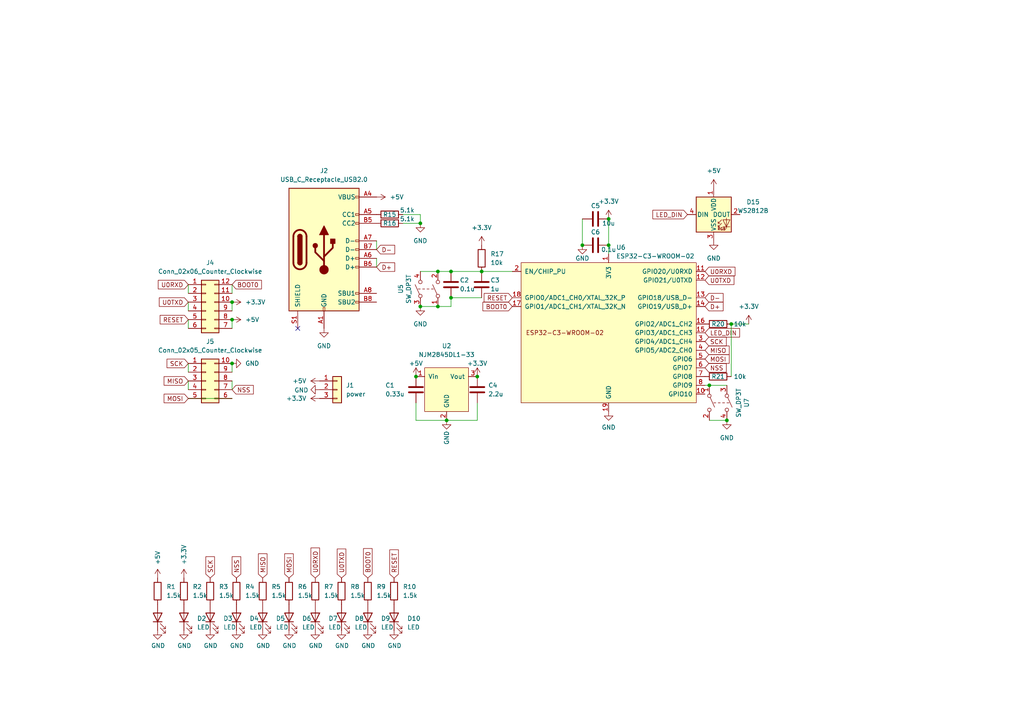
<source format=kicad_sch>
(kicad_sch (version 20230121) (generator eeschema)
  (paper "A4")
  (lib_symbols
    (symbol "+3.3V_1" (power) (pin_names (offset 0))
      (property "Value" "+3.3V_1" (at 0 3.556 0))
      (symbol "+3.3V_1_0_1"
        (polyline (pts (xy -0.762 1.27) (xy 0 2.54)))
        (polyline (pts (xy 0 0) (xy 0 2.54)))
        (polyline (pts (xy 0 2.54) (xy 0.762 1.27)))
      )
      (symbol "+3.3V_1_1_1"
        (pin power_in line (at 0 0 90) (length 0) hide (name "+3.3V") (number "1"))
      )
    )
    (symbol "+5V_1" (power) (pin_names (offset 0))
      (property "Value" "+5V_1" (at 0 3.556 0))
      (symbol "+5V_1_0_1"
        (polyline (pts (xy -0.762 1.27) (xy 0 2.54)))
        (polyline (pts (xy 0 0) (xy 0 2.54)))
        (polyline (pts (xy 0 2.54) (xy 0.762 1.27)))
      )
      (symbol "+5V_1_1_1"
        (pin power_in line (at 0 0 90) (length 0) hide (name "+5V") (number "1"))
      )
    )
    (symbol "Connector:USB_C_Receptacle_USB2.0" (pin_names (offset 1.016))
      (property "Reference" "J" (at -10.16 19.05 0))
      (property "Value" "USB_C_Receptacle_USB2.0" (at 19.05 19.05 0))
      (symbol "USB_C_Receptacle_USB2.0_0_0"
        (rectangle (start -0.254 -17.78) (end 0.254 -16.764))
        (rectangle (start 10.16 -14.986) (end 9.144 -15.494))
        (rectangle (start 10.16 -12.446) (end 9.144 -12.954))
        (rectangle (start 10.16 -4.826) (end 9.144 -5.334))
        (rectangle (start 10.16 -2.286) (end 9.144 -2.794))
        (rectangle (start 10.16 0.254) (end 9.144 -0.254))
        (rectangle (start 10.16 2.794) (end 9.144 2.286))
        (rectangle (start 10.16 7.874) (end 9.144 7.366))
        (rectangle (start 10.16 10.414) (end 9.144 9.906))
        (rectangle (start 10.16 15.494) (end 9.144 14.986))
      )
      (symbol "USB_C_Receptacle_USB2.0_0_1"
        (rectangle (start -10.16 17.78) (end 10.16 -17.78) (stroke (width 0.254)) (fill (type background)))
        (arc (start -8.89 -3.81) (mid -6.985 -5.7067) (end -5.08 -3.81) (stroke (width 0.508)))
        (arc (start -7.62 -3.81) (mid -6.985 -4.4423) (end -6.35 -3.81) (stroke (width 0.254)))
        (arc (start -7.62 -3.81) (mid -6.985 -4.4423) (end -6.35 -3.81) (stroke (width 0.254)) (fill (type outline)))
        (rectangle (start -7.62 -3.81) (end -6.35 3.81) (stroke (width 0.254)) (fill (type outline)))
        (arc (start -6.35 3.81) (mid -6.985 4.4423) (end -7.62 3.81) (stroke (width 0.254)))
        (arc (start -6.35 3.81) (mid -6.985 4.4423) (end -7.62 3.81) (stroke (width 0.254)) (fill (type outline)))
        (arc (start -5.08 3.81) (mid -6.985 5.7067) (end -8.89 3.81) (stroke (width 0.508)))
        (circle (center -2.54 1.143) (radius 0.635) (stroke (width 0.254)) (fill (type outline)))
        (circle (center 0 -5.842) (radius 1.27) (fill (type outline)))
        (polyline (pts (xy -8.89 -3.81) (xy -8.89 3.81)) (stroke (width 0.508)))
        (polyline (pts (xy -5.08 3.81) (xy -5.08 -3.81)) (stroke (width 0.508)))
        (polyline (pts (xy 0 -5.842) (xy 0 4.318)) (stroke (width 0.508)))
        (polyline (pts (xy 0 -3.302) (xy -2.54 -0.762) (xy -2.54 0.508)) (stroke (width 0.508)))
        (polyline (pts (xy 0 -2.032) (xy 2.54 0.508) (xy 2.54 1.778)) (stroke (width 0.508)))
        (polyline (pts (xy -1.27 4.318) (xy 0 6.858) (xy 1.27 4.318) (xy -1.27 4.318)) (stroke (width 0.254)) (fill (type outline)))
        (rectangle (start 1.905 1.778) (end 3.175 3.048) (stroke (width 0.254)) (fill (type outline)))
      )
      (symbol "USB_C_Receptacle_USB2.0_1_1"
        (pin passive line (at 0 -22.86 90) (length 5.08) (name "GND") (number "A1"))
        (pin passive line (at 0 -22.86 90) (length 5.08) hide (name "GND") (number "A12"))
        (pin passive line (at 15.24 15.24 180) (length 5.08) (name "VBUS") (number "A4"))
        (pin bidirectional line (at 15.24 10.16 180) (length 5.08) (name "CC1") (number "A5"))
        (pin bidirectional line (at 15.24 -2.54 180) (length 5.08) (name "D+") (number "A6"))
        (pin bidirectional line (at 15.24 2.54 180) (length 5.08) (name "D-") (number "A7"))
        (pin bidirectional line (at 15.24 -12.7 180) (length 5.08) (name "SBU1") (number "A8"))
        (pin passive line (at 15.24 15.24 180) (length 5.08) hide (name "VBUS") (number "A9"))
        (pin passive line (at 0 -22.86 90) (length 5.08) hide (name "GND") (number "B1"))
        (pin passive line (at 0 -22.86 90) (length 5.08) hide (name "GND") (number "B12"))
        (pin passive line (at 15.24 15.24 180) (length 5.08) hide (name "VBUS") (number "B4"))
        (pin bidirectional line (at 15.24 7.62 180) (length 5.08) (name "CC2") (number "B5"))
        (pin bidirectional line (at 15.24 -5.08 180) (length 5.08) (name "D+") (number "B6"))
        (pin bidirectional line (at 15.24 0 180) (length 5.08) (name "D-") (number "B7"))
        (pin bidirectional line (at 15.24 -15.24 180) (length 5.08) (name "SBU2") (number "B8"))
        (pin passive line (at 15.24 15.24 180) (length 5.08) hide (name "VBUS") (number "B9"))
        (pin passive line (at -7.62 -22.86 90) (length 5.08) (name "SHIELD") (number "S1"))
      )
    )
    (symbol "Connector_Generic:Conn_01x03" (pin_names (offset 1.016) hide)
      (property "Reference" "J" (at 0 5.08 0))
      (property "Value" "Conn_01x03" (at 0 -5.08 0))
      (symbol "Conn_01x03_1_1"
        (rectangle (start -1.27 -2.413) (end 0 -2.667) (stroke (width 0.1524)))
        (rectangle (start -1.27 0.127) (end 0 -0.127) (stroke (width 0.1524)))
        (rectangle (start -1.27 2.667) (end 0 2.413) (stroke (width 0.1524)))
        (rectangle (start -1.27 3.81) (end 1.27 -3.81) (stroke (width 0.254)) (fill (type background)))
        (pin passive line (at -5.08 2.54 0) (length 3.81) (name "Pin_1") (number "1"))
        (pin passive line (at -5.08 0 0) (length 3.81) (name "Pin_2") (number "2"))
        (pin passive line (at -5.08 -2.54 0) (length 3.81) (name "Pin_3") (number "3"))
      )
    )
    (symbol "Connector_Generic:Conn_02x05_Counter_Clockwise" (pin_names (offset 1.016) hide)
      (property "Reference" "J" (at 1.27 7.62 0))
      (property "Value" "Conn_02x05_Counter_Clockwise" (at 1.27 -7.62 0))
      (symbol "Conn_02x05_Counter_Clockwise_1_1"
        (rectangle (start -1.27 -4.953) (end 0 -5.207) (stroke (width 0.1524)))
        (rectangle (start -1.27 -2.413) (end 0 -2.667) (stroke (width 0.1524)))
        (rectangle (start -1.27 0.127) (end 0 -0.127) (stroke (width 0.1524)))
        (rectangle (start -1.27 2.667) (end 0 2.413) (stroke (width 0.1524)))
        (rectangle (start -1.27 5.207) (end 0 4.953) (stroke (width 0.1524)))
        (rectangle (start -1.27 6.35) (end 3.81 -6.35) (stroke (width 0.254)) (fill (type background)))
        (rectangle (start 3.81 -4.953) (end 2.54 -5.207) (stroke (width 0.1524)))
        (rectangle (start 3.81 -2.413) (end 2.54 -2.667) (stroke (width 0.1524)))
        (rectangle (start 3.81 0.127) (end 2.54 -0.127) (stroke (width 0.1524)))
        (rectangle (start 3.81 2.667) (end 2.54 2.413) (stroke (width 0.1524)))
        (rectangle (start 3.81 5.207) (end 2.54 4.953) (stroke (width 0.1524)))
        (pin passive line (at -5.08 5.08 0) (length 3.81) (name "Pin_1") (number "1"))
        (pin passive line (at 7.62 5.08 180) (length 3.81) (name "Pin_10") (number "10"))
        (pin passive line (at -5.08 2.54 0) (length 3.81) (name "Pin_2") (number "2"))
        (pin passive line (at -5.08 0 0) (length 3.81) (name "Pin_3") (number "3"))
        (pin passive line (at -5.08 -2.54 0) (length 3.81) (name "Pin_4") (number "4"))
        (pin passive line (at -5.08 -5.08 0) (length 3.81) (name "Pin_5") (number "5"))
        (pin passive line (at 7.62 -5.08 180) (length 3.81) (name "Pin_6") (number "6"))
        (pin passive line (at 7.62 -2.54 180) (length 3.81) (name "Pin_7") (number "7"))
        (pin passive line (at 7.62 0 180) (length 3.81) (name "Pin_8") (number "8"))
        (pin passive line (at 7.62 2.54 180) (length 3.81) (name "Pin_9") (number "9"))
      )
    )
    (symbol "Connector_Generic:Conn_02x06_Counter_Clockwise" (pin_names (offset 1.016) hide)
      (property "Reference" "J" (at 1.27 7.62 0))
      (property "Value" "Conn_02x06_Counter_Clockwise" (at 1.27 -10.16 0))
      (symbol "Conn_02x06_Counter_Clockwise_1_1"
        (rectangle (start -1.27 -7.493) (end 0 -7.747) (stroke (width 0.1524)))
        (rectangle (start -1.27 -4.953) (end 0 -5.207) (stroke (width 0.1524)))
        (rectangle (start -1.27 -2.413) (end 0 -2.667) (stroke (width 0.1524)))
        (rectangle (start -1.27 0.127) (end 0 -0.127) (stroke (width 0.1524)))
        (rectangle (start -1.27 2.667) (end 0 2.413) (stroke (width 0.1524)))
        (rectangle (start -1.27 5.207) (end 0 4.953) (stroke (width 0.1524)))
        (rectangle (start -1.27 6.35) (end 3.81 -8.89) (stroke (width 0.254)) (fill (type background)))
        (rectangle (start 3.81 -7.493) (end 2.54 -7.747) (stroke (width 0.1524)))
        (rectangle (start 3.81 -4.953) (end 2.54 -5.207) (stroke (width 0.1524)))
        (rectangle (start 3.81 -2.413) (end 2.54 -2.667) (stroke (width 0.1524)))
        (rectangle (start 3.81 0.127) (end 2.54 -0.127) (stroke (width 0.1524)))
        (rectangle (start 3.81 2.667) (end 2.54 2.413) (stroke (width 0.1524)))
        (rectangle (start 3.81 5.207) (end 2.54 4.953) (stroke (width 0.1524)))
        (pin passive line (at -5.08 5.08 0) (length 3.81) (name "Pin_1") (number "1"))
        (pin passive line (at 7.62 0 180) (length 3.81) (name "Pin_10") (number "10"))
        (pin passive line (at 7.62 2.54 180) (length 3.81) (name "Pin_11") (number "11"))
        (pin passive line (at 7.62 5.08 180) (length 3.81) (name "Pin_12") (number "12"))
        (pin passive line (at -5.08 2.54 0) (length 3.81) (name "Pin_2") (number "2"))
        (pin passive line (at -5.08 0 0) (length 3.81) (name "Pin_3") (number "3"))
        (pin passive line (at -5.08 -2.54 0) (length 3.81) (name "Pin_4") (number "4"))
        (pin passive line (at -5.08 -5.08 0) (length 3.81) (name "Pin_5") (number "5"))
        (pin passive line (at -5.08 -7.62 0) (length 3.81) (name "Pin_6") (number "6"))
        (pin passive line (at 7.62 -7.62 180) (length 3.81) (name "Pin_7") (number "7"))
        (pin passive line (at 7.62 -5.08 180) (length 3.81) (name "Pin_8") (number "8"))
        (pin passive line (at 7.62 -2.54 180) (length 3.81) (name "Pin_9") (number "9"))
      )
    )
    (symbol "Device:C" (pin_numbers hide) (pin_names (offset 0.254))
      (property "Reference" "C" (at 0.635 2.54 0))
      (property "Value" "C" (at 0.635 -2.54 0))
      (symbol "C_0_1"
        (polyline (pts (xy -2.032 -0.762) (xy 2.032 -0.762)) (stroke (width 0.508)))
        (polyline (pts (xy -2.032 0.762) (xy 2.032 0.762)) (stroke (width 0.508)))
      )
      (symbol "C_1_1"
        (pin passive line (at 0 3.81 270) (length 2.794) (name "~") (number "1"))
        (pin passive line (at 0 -3.81 90) (length 2.794) (name "~") (number "2"))
      )
    )
    (symbol "Device:LED" (pin_numbers hide) (pin_names (offset 1.016) hide)
      (property "Reference" "D" (at 0 2.54 0))
      (property "Value" "LED" (at 0 -2.54 0))
      (symbol "LED_0_1"
        (polyline (pts (xy -1.27 -1.27) (xy -1.27 1.27)) (stroke (width 0.254)))
        (polyline (pts (xy -1.27 0) (xy 1.27 0)))
        (polyline (pts (xy 1.27 -1.27) (xy 1.27 1.27) (xy -1.27 0) (xy 1.27 -1.27)) (stroke (width 0.254)))
        (polyline (pts (xy -3.048 -0.762) (xy -4.572 -2.286) (xy -3.81 -2.286) (xy -4.572 -2.286) (xy -4.572 -1.524)))
        (polyline (pts (xy -1.778 -0.762) (xy -3.302 -2.286) (xy -2.54 -2.286) (xy -3.302 -2.286) (xy -3.302 -1.524)))
      )
      (symbol "LED_1_1"
        (pin passive line (at -3.81 0 0) (length 2.54) (name "K") (number "1"))
        (pin passive line (at 3.81 0 180) (length 2.54) (name "A") (number "2"))
      )
    )
    (symbol "Device:R" (pin_numbers hide) (pin_names (offset 0))
      (property "Reference" "R" (at 2.032 0 90))
      (property "Value" "R" (at 0 0 90))
      (symbol "R_0_1"
        (rectangle (start -1.016 -2.54) (end 1.016 2.54) (stroke (width 0.254)))
      )
      (symbol "R_1_1"
        (pin passive line (at 0 3.81 270) (length 1.27) (name "~") (number "1"))
        (pin passive line (at 0 -3.81 90) (length 1.27) (name "~") (number "2"))
      )
    )
    (symbol "GND_1" (power) (pin_names (offset 0))
      (property "Value" "GND_1" (at 0 -3.81 0))
      (symbol "GND_1_0_1"
        (polyline (pts (xy 0 0) (xy 0 -1.27) (xy 1.27 -1.27) (xy 0 -2.54) (xy -1.27 -1.27) (xy 0 -1.27)))
      )
      (symbol "GND_1_1_1"
        (pin power_in line (at 0 0 270) (length 0) hide (name "GND") (number "1"))
      )
    )
    (symbol "GND_2" (power) (pin_names (offset 0))
      (property "Value" "GND_2" (at 0 -3.81 0))
      (symbol "GND_2_0_1"
        (polyline (pts (xy 0 0) (xy 0 -1.27) (xy 1.27 -1.27) (xy 0 -2.54) (xy -1.27 -1.27) (xy 0 -1.27)))
      )
      (symbol "GND_2_1_1"
        (pin power_in line (at 0 0 270) (length 0) hide (name "GND") (number "1"))
      )
    )
    (symbol "LED:WS2812B" (pin_names (offset 0.254))
      (property "Reference" "D" (at 5.08 5.715 0))
      (property "Value" "WS2812B" (at 1.27 -5.715 0))
      (symbol "WS2812B_0_0"
        (text "RGB" (at 2.286 -4.191 0) (effects (font (size 0.762 0.762))))
      )
      (symbol "WS2812B_0_1"
        (polyline (pts (xy 1.27 -3.556) (xy 1.778 -3.556)))
        (polyline (pts (xy 1.27 -2.54) (xy 1.778 -2.54)))
        (polyline (pts (xy 4.699 -3.556) (xy 2.667 -3.556)))
        (polyline (pts (xy 2.286 -2.54) (xy 1.27 -3.556) (xy 1.27 -3.048)))
        (polyline (pts (xy 2.286 -1.524) (xy 1.27 -2.54) (xy 1.27 -2.032)))
        (polyline (pts (xy 3.683 -1.016) (xy 3.683 -3.556) (xy 3.683 -4.064)))
        (polyline (pts (xy 4.699 -1.524) (xy 2.667 -1.524) (xy 3.683 -3.556) (xy 4.699 -1.524)))
        (rectangle (start 5.08 5.08) (end -5.08 -5.08) (stroke (width 0.254)) (fill (type background)))
      )
      (symbol "WS2812B_1_1"
        (pin power_in line (at 0 7.62 270) (length 2.54) (name "VDD") (number "1"))
        (pin output line (at 7.62 0 180) (length 2.54) (name "DOUT") (number "2"))
        (pin power_in line (at 0 -7.62 90) (length 2.54) (name "VSS") (number "3"))
        (pin input line (at -7.62 0 0) (length 2.54) (name "DIN") (number "4"))
      )
    )
    (symbol "PCM_Espressif:ESP32-C3-WROOM-02" (pin_names (offset 1.016))
      (property "Reference" "U" (at -25.4 25.4 0))
      (property "Value" "ESP32-C3-WROOM-02" (at -25.4 22.86 0))
      (symbol "ESP32-C3-WROOM-02_0_0"
        (text "ESP32-C3-WROOM-02" (at -12.7 0 0) (effects (font (size 1.27 1.27))))
      )
      (symbol "ESP32-C3-WROOM-02_0_1"
        (rectangle (start 25.4 20.32) (end -25.4 -20.32) (fill (type background)))
      )
      (symbol "ESP32-C3-WROOM-02_1_1"
        (pin power_in line (at 0 22.86 270) (length 2.54) (name "3V3") (number "1"))
        (pin bidirectional line (at 27.94 -17.78 180) (length 2.54) (name "GPIO10") (number "10"))
        (pin bidirectional line (at 27.94 17.78 180) (length 2.54) (name "GPIO20/U0RXD") (number "11"))
        (pin bidirectional line (at 27.94 15.24 180) (length 2.54) (name "GPIO21/U0TXD") (number "12"))
        (pin bidirectional line (at 27.94 10.16 180) (length 2.54) (name "GPIO18/USB_D-") (number "13"))
        (pin bidirectional line (at 27.94 7.62 180) (length 2.54) (name "GPIO19/USB_D+") (number "14"))
        (pin bidirectional line (at 27.94 0 180) (length 2.54) (name "GPIO3/ADC1_CH3") (number "15"))
        (pin bidirectional line (at 27.94 2.54 180) (length 2.54) (name "GPIO2/ADC1_CH2") (number "16"))
        (pin bidirectional line (at -27.94 7.62 0) (length 2.54) (name "GPIO1/ADC1_CH1/XTAL_32K_N") (number "17"))
        (pin bidirectional line (at -27.94 10.16 0) (length 2.54) (name "GPIO0/ADC1_CH0/XTAL_32K_P") (number "18"))
        (pin power_in line (at 0 -22.86 90) (length 2.54) (name "GND") (number "19"))
        (pin input line (at -27.94 17.78 0) (length 2.54) (name "EN/CHIP_PU") (number "2"))
        (pin bidirectional line (at 27.94 -2.54 180) (length 2.54) (name "GPIO4/ADC1_CH4") (number "3"))
        (pin bidirectional line (at 27.94 -5.08 180) (length 2.54) (name "GPIO5/ADC2_CH0") (number "4"))
        (pin bidirectional line (at 27.94 -7.62 180) (length 2.54) (name "GPIO6") (number "5"))
        (pin bidirectional line (at 27.94 -10.16 180) (length 2.54) (name "GPIO7") (number "6"))
        (pin bidirectional line (at 27.94 -12.7 180) (length 2.54) (name "GPIO8") (number "7"))
        (pin bidirectional line (at 27.94 -15.24 180) (length 2.54) (name "GPIO9") (number "8"))
        (pin passive line (at 0 -22.86 90) (length 2.54) hide (name "GND") (number "9"))
      )
    )
    (symbol "Switch:SW_DPST" (pin_names (offset 0) hide)
      (property "Reference" "SW" (at 0 5.08 0))
      (property "Value" "SW_DPST" (at 0 -5.08 0))
      (symbol "SW_DPST_0_0"
        (circle (center -2.032 -2.54) (radius 0.508))
        (circle (center -2.032 2.54) (radius 0.508))
        (polyline (pts (xy -1.524 -2.286) (xy 1.27 -1.016)))
        (polyline (pts (xy -1.524 2.794) (xy 1.27 4.064)))
        (polyline (pts (xy 0 -1.27) (xy 0 -0.635)))
        (polyline (pts (xy 0 0) (xy 0 0.635)))
        (polyline (pts (xy 0 1.27) (xy 0 1.905)))
        (polyline (pts (xy 0 2.54) (xy 0 3.175)))
        (circle (center 2.032 -2.54) (radius 0.508))
        (circle (center 2.032 2.54) (radius 0.508))
      )
      (symbol "SW_DPST_1_1"
        (pin passive line (at -5.08 -2.54 0) (length 2.54) (name "1") (number "1"))
        (pin passive line (at 5.08 -2.54 180) (length 2.54) (name "2") (number "2"))
        (pin passive line (at -5.08 2.54 0) (length 2.54) (name "3") (number "3"))
        (pin passive line (at 5.08 2.54 180) (length 2.54) (name "4") (number "4"))
      )
    )
    (symbol "Symbol_Monkey:NJM2845DL1-33" (pin_names (offset 1.016))
      (property "Reference" "U" (at 7.62 3.81 0))
      (property "Value" "NJM2845DL1-33" (at 8.89 1.27 0))
      (symbol "NJM2845DL1-33_0_1"
        (rectangle (start 15.24 0) (end 2.54 -12.7) (fill (type background)))
      )
      (symbol "NJM2845DL1-33_1_1"
        (pin passive line (at 0 -2.54 0) (length 2.54) (name "Vin") (number "1"))
        (pin passive line (at 8.89 -15.24 90) (length 2.54) (name "GND") (number "2"))
        (pin passive line (at 17.78 -2.54 180) (length 2.54) (name "Vout") (number "3"))
      )
    )
    (symbol "power:+3.3V" (power) (pin_names (offset 0))
      (property "Value" "+3.3V" (at 0 3.556 0))
      (symbol "+3.3V_0_1"
        (polyline (pts (xy -0.762 1.27) (xy 0 2.54)))
        (polyline (pts (xy 0 0) (xy 0 2.54)))
        (polyline (pts (xy 0 2.54) (xy 0.762 1.27)))
      )
      (symbol "+3.3V_1_1"
        (pin power_in line (at 0 0 90) (length 0) hide (name "+3.3V") (number "1"))
      )
    )
    (symbol "power:+5V" (power) (pin_names (offset 0))
      (property "Value" "+5V" (at 0 3.556 0))
      (symbol "+5V_0_1"
        (polyline (pts (xy -0.762 1.27) (xy 0 2.54)))
        (polyline (pts (xy 0 0) (xy 0 2.54)))
        (polyline (pts (xy 0 2.54) (xy 0.762 1.27)))
      )
      (symbol "+5V_1_1"
        (pin power_in line (at 0 0 90) (length 0) hide (name "+5V") (number "1"))
      )
    )
    (symbol "power:GND" (power) (pin_names (offset 0))
      (property "Value" "GND" (at 0 -3.81 0))
      (symbol "GND_0_1"
        (polyline (pts (xy 0 0) (xy 0 -1.27) (xy 1.27 -1.27) (xy 0 -2.54) (xy -1.27 -1.27) (xy 0 -1.27)))
      )
      (symbol "GND_1_1"
        (pin power_in line (at 0 0 270) (length 0) hide (name "GND") (number "1"))
      )
    )
  )
  (junction (at 138.43 109.22))
  (junction (at 67.31 87.63))
  (junction (at 212.09 93.98))
  (junction (at 168.91 71.12))
  (junction (at 121.92 88.9))
  (junction (at 139.7 78.74))
  (junction (at 67.31 92.71))
  (junction (at 127 78.74))
  (junction (at 67.31 105.41))
  (junction (at 127 88.9))
  (junction (at 176.53 71.12))
  (junction (at 120.65 109.22))
  (junction (at 176.53 63.5))
  (junction (at 130.81 86.36))
  (junction (at 210.82 121.92))
  (junction (at 129.54 121.92))
  (junction (at 121.92 64.77))
  (junction (at 205.74 111.76))
  (junction (at 130.81 78.74))
  (no_connect (at 86.36 95.25))
  (wire (pts (xy 54.61 87.63) (xy 54.61 90.17)))
  (wire (pts (xy 121.92 78.74) (xy 127 78.74)))
  (wire (pts (xy 54.61 82.55) (xy 54.61 85.09)))
  (wire (pts (xy 121.92 62.23) (xy 121.92 64.77)))
  (wire (pts (xy 121.92 88.9) (xy 127 88.9)))
  (wire (pts (xy 217.17 93.98) (xy 212.09 93.98)))
  (wire (pts (xy 67.31 110.49) (xy 67.31 113.03)))
  (wire (pts (xy 129.54 121.92) (xy 138.43 121.92)))
  (wire (pts (xy 139.7 78.74) (xy 148.59 78.74)))
  (wire (pts (xy 127 78.74) (xy 130.81 78.74)))
  (wire (pts (xy 67.31 105.41) (xy 67.31 107.95)))
  (wire (pts (xy 109.22 77.47) (xy 109.22 74.93)))
  (wire (pts (xy 116.84 64.77) (xy 121.92 64.77)))
  (wire (pts (xy 120.65 116.84) (xy 120.65 121.92)))
  (wire (pts (xy 130.81 78.74) (xy 139.7 78.74)))
  (wire (pts (xy 54.61 110.49) (xy 54.61 113.03)))
  (wire (pts (xy 121.92 62.23) (xy 116.84 62.23)))
  (wire (pts (xy 109.22 72.39) (xy 109.22 69.85)))
  (wire (pts (xy 120.65 121.92) (xy 129.54 121.92)))
  (wire (pts (xy 67.31 92.71) (xy 67.31 95.25)))
  (wire (pts (xy 130.81 88.9) (xy 130.81 86.36)))
  (wire (pts (xy 176.53 71.12) (xy 176.53 73.66)))
  (wire (pts (xy 54.61 92.71) (xy 54.61 95.25)))
  (wire (pts (xy 54.61 115.57) (xy 67.31 115.57)))
  (wire (pts (xy 67.31 87.63) (xy 67.31 90.17)))
  (wire (pts (xy 205.74 121.92) (xy 210.82 121.92)))
  (wire (pts (xy 67.31 82.55) (xy 67.31 85.09)))
  (wire (pts (xy 127 88.9) (xy 130.81 88.9)))
  (wire (pts (xy 130.81 86.36) (xy 139.7 86.36)))
  (wire (pts (xy 204.47 111.76) (xy 205.74 111.76)))
  (wire (pts (xy 176.53 63.5) (xy 176.53 71.12)))
  (wire (pts (xy 54.61 105.41) (xy 54.61 107.95)))
  (wire (pts (xy 205.74 111.76) (xy 210.82 111.76)))
  (wire (pts (xy 138.43 116.84) (xy 138.43 121.92)))
  (wire (pts (xy 168.91 63.5) (xy 168.91 71.12)))
  (wire (pts (xy 212.09 93.98) (xy 212.09 109.22)))
  (global_label "RESET" (shape input) (at 114.3 167.64 90) (property "Intersheetrefs" "${INTERSHEET_REFS}" (effects hide)))
  (global_label "MISO" (shape input) (at 76.2 167.64 90) (property "Intersheetrefs" "${INTERSHEET_REFS}" (effects hide)))
  (global_label "BOOT0" (shape input) (at 106.68 167.64 90) (property "Intersheetrefs" "${INTERSHEET_REFS}" (effects hide)))
  (global_label "MOSI" (shape input) (at 83.82 167.64 90) (property "Intersheetrefs" "${INTERSHEET_REFS}" (effects hide)))
  (global_label "RESET" (shape input) (at 54.61 92.71 180) (property "Intersheetrefs" "${INTERSHEET_REFS}" (effects hide)))
  (global_label "NSS" (shape input) (at 204.47 106.68 0) (property "Intersheetrefs" "${INTERSHEET_REFS}" (effects hide)))
  (global_label "RESET" (shape input) (at 148.59 86.36 180) (property "Intersheetrefs" "${INTERSHEET_REFS}" (effects hide)))
  (global_label "MOSI" (shape input) (at 54.61 115.57 180) (property "Intersheetrefs" "${INTERSHEET_REFS}" (effects hide)))
  (global_label "U0RXD" (shape input) (at 204.47 78.74 0) (property "Intersheetrefs" "${INTERSHEET_REFS}" (effects hide)))
  (global_label "U0TXD" (shape input) (at 99.06 167.64 90) (property "Intersheetrefs" "${INTERSHEET_REFS}" (effects hide)))
  (global_label "SCK" (shape input) (at 54.61 105.41 180) (property "Intersheetrefs" "${INTERSHEET_REFS}" (effects hide)))
  (global_label "SCK" (shape input) (at 204.47 99.06 0) (property "Intersheetrefs" "${INTERSHEET_REFS}" (effects hide)))
  (global_label "NSS" (shape input) (at 67.31 113.03 0) (property "Intersheetrefs" "${INTERSHEET_REFS}" (effects hide)))
  (global_label "MOSI" (shape input) (at 204.47 104.14 0) (property "Intersheetrefs" "${INTERSHEET_REFS}" (effects hide)))
  (global_label "U0RXD" (shape input) (at 91.44 167.64 90) (property "Intersheetrefs" "${INTERSHEET_REFS}" (effects hide)))
  (global_label "D+" (shape input) (at 204.47 88.9 0) (property "Intersheetrefs" "${INTERSHEET_REFS}" (effects hide)))
  (global_label "U0RXD" (shape input) (at 54.61 82.55 180) (property "Intersheetrefs" "${INTERSHEET_REFS}" (effects hide)))
  (global_label "D+" (shape input) (at 109.22 77.47 0) (property "Intersheetrefs" "${INTERSHEET_REFS}" (effects hide)))
  (global_label "LED_DIN" (shape input) (at 204.47 96.52 0) (property "Intersheetrefs" "${INTERSHEET_REFS}" (effects hide)))
  (global_label "MISO" (shape input) (at 54.61 110.49 180) (property "Intersheetrefs" "${INTERSHEET_REFS}" (effects hide)))
  (global_label "SCK" (shape input) (at 60.96 167.64 90) (property "Intersheetrefs" "${INTERSHEET_REFS}" (effects hide)))
  (global_label "D-" (shape input) (at 204.47 86.36 0) (property "Intersheetrefs" "${INTERSHEET_REFS}" (effects hide)))
  (global_label "BOOT0" (shape input) (at 67.31 82.55 0) (property "Intersheetrefs" "${INTERSHEET_REFS}" (effects hide)))
  (global_label "U0TXD" (shape input) (at 204.47 81.28 0) (property "Intersheetrefs" "${INTERSHEET_REFS}" (effects hide)))
  (global_label "LED_DIN" (shape input) (at 199.39 62.23 180) (property "Intersheetrefs" "${INTERSHEET_REFS}" (effects hide)))
  (global_label "NSS" (shape input) (at 68.58 167.64 90) (property "Intersheetrefs" "${INTERSHEET_REFS}" (effects hide)))
  (global_label "BOOT0" (shape input) (at 148.59 88.9 180) (property "Intersheetrefs" "${INTERSHEET_REFS}" (effects hide)))
  (global_label "MISO" (shape input) (at 204.47 101.6 0) (property "Intersheetrefs" "${INTERSHEET_REFS}" (effects hide)))
  (global_label "U0TXD" (shape input) (at 54.61 87.63 180) (property "Intersheetrefs" "${INTERSHEET_REFS}" (effects hide)))
  (global_label "D-" (shape input) (at 109.22 72.39 0) (property "Intersheetrefs" "${INTERSHEET_REFS}" (effects hide)))
  (symbol (lib_id "power:GND") (at 60.96 182.88 0) (unit 1)
    (property "Reference" "#PWR04" (effects hide))
    (property "Value" "GND" (at 61.087 187.2742 0))
  )
  (symbol (lib_id "Device:R") (at 68.58 171.45 0) (unit 1)
    (property "Reference" "R4" (at 71.12 170.18 0) (effects (justify left)))
    (property "Value" "1.5k" (at 71.12 172.72 0) (effects (justify left)))
    (property "Footprint" "Footprint_nishi:R_0603_1608" (effects hide))
  )
  (symbol (lib_id "power:GND") (at 53.34 182.88 0) (unit 1)
    (property "Reference" "#PWR03" (effects hide))
    (property "Value" "GND" (at 53.467 187.2742 0))
  )
  (symbol (lib_name "GND_1") (lib_id "power:GND") (at 67.31 105.41 90) (unit 1)
    (property "Reference" "#PWR021" (effects hide))
    (property "Value" "GND" (at 71.12 105.41 90) (effects (justify right)))
  )
  (symbol (lib_id "LED:WS2812B") (at 207.01 62.23 0) (unit 1)
    (property "Reference" "D15" (at 218.44 58.5821 0))
    (property "Value" "WS2812B" (at 218.44 61.1221 0))
    (property "Footprint" "LED_SMD:LED_WS2812B_PLCC4_5.0x5.0mm_P3.2mm" (effects hide))
    (property "Datasheet" "https://cdn-shop.adafruit.com/datasheets/WS2812B.pdf" (effects hide))
  )
  (symbol (lib_name "GND_1") (lib_id "power:GND") (at 121.92 88.9 0) (unit 1)
    (property "Reference" "#PWR018" (effects hide))
    (property "Value" "GND" (at 121.92 93.98 0))
  )
  (symbol (lib_id "Device:R") (at 45.72 171.45 0) (unit 1)
    (property "Reference" "R1" (at 48.26 170.18 0) (effects (justify left)))
    (property "Value" "1.5k" (at 48.26 172.72 0) (effects (justify left)))
    (property "Footprint" "Footprint_nishi:R_0603_1608" (effects hide))
  )
  (symbol (lib_id "Device:R") (at 99.06 171.45 0) (unit 1)
    (property "Reference" "R8" (at 101.6 170.18 0) (effects (justify left)))
    (property "Value" "1.5k" (at 101.6 172.72 0) (effects (justify left)))
    (property "Footprint" "Footprint_nishi:R_0603_1608" (effects hide))
  )
  (symbol (lib_id "Device:R") (at 91.44 171.45 0) (unit 1)
    (property "Reference" "R7" (at 93.98 170.18 0) (effects (justify left)))
    (property "Value" "1.5k" (at 93.98 172.72 0) (effects (justify left)))
    (property "Footprint" "Footprint_nishi:R_0603_1608" (effects hide))
  )
  (symbol (lib_id "power:GND") (at 91.44 182.88 0) (unit 1)
    (property "Reference" "#PWR09" (effects hide))
    (property "Value" "GND" (at 91.567 187.2742 0))
  )
  (symbol (lib_id "Device:LED") (at 68.58 179.07 90) (unit 1)
    (property "Reference" "D4" (at 72.39 179.3875 90) (effects (justify right)))
    (property "Value" "LED" (at 72.39 181.9275 90) (effects (justify right)))
    (property "Footprint" "Footprint_nishi:LED_0603_1608" (effects hide))
  )
  (symbol (lib_id "power:GND") (at 76.2 182.88 0) (unit 1)
    (property "Reference" "#PWR06" (effects hide))
    (property "Value" "GND" (at 76.327 187.2742 0))
  )
  (symbol (lib_id "Device:R") (at 113.03 64.77 90) (unit 1)
    (property "Reference" "R16" (at 113.03 64.77 90))
    (property "Value" "5.1k" (at 118.11 63.5 90))
    (property "Footprint" "Footprint_nishi:R_0603_1608" (effects hide))
  )
  (symbol (lib_name "GND_1") (lib_id "power:GND") (at 176.53 119.38 0) (unit 1)
    (property "Reference" "#PWR025" (effects hide))
    (property "Value" "GND" (at 176.53 123.952 0))
  )
  (symbol (lib_id "Device:R") (at 114.3 171.45 0) (unit 1)
    (property "Reference" "R10" (at 116.84 170.18 0) (effects (justify left)))
    (property "Value" "1.5k" (at 116.84 172.72 0) (effects (justify left)))
    (property "Footprint" "Footprint_nishi:R_0603_1608" (effects hide))
  )
  (symbol (lib_name "+3.3V_1") (lib_id "power:+3.3V") (at 67.31 87.63 270) (mirror x) (unit 1)
    (property "Reference" "#PWR07" (effects hide))
    (property "Value" "+3.3V" (at 71.12 87.63 90) (effects (justify left)))
  )
  (symbol (lib_id "power:GND") (at 129.54 121.92 0) (unit 1)
    (property "Reference" "#U01" (effects hide))
    (property "Value" "GND" (at 129.54 127 90))
  )
  (symbol (lib_id "Device:C") (at 138.43 113.03 0) (unit 1)
    (property "Reference" "C4" (at 141.605 111.7599 0) (effects (justify left)))
    (property "Value" "2.2u" (at 141.605 114.2999 0) (effects (justify left)))
    (property "Footprint" "Footprint_nishi:C_0805_2012" (effects hide))
  )
  (symbol (lib_id "power:+3.3V") (at 92.71 115.57 90) (unit 1)
    (property "Reference" "#PWR029" (effects hide))
    (property "Value" "+3.3V" (at 88.9 115.57 90) (effects (justify left)))
  )
  (symbol (lib_id "power:GND") (at 83.82 182.88 0) (unit 1)
    (property "Reference" "#PWR08" (effects hide))
    (property "Value" "GND" (at 83.947 187.2742 0))
  )
  (symbol (lib_id "Device:C") (at 120.65 113.03 0) (unit 1)
    (property "Reference" "C1" (at 111.76 111.76 0) (effects (justify left)))
    (property "Value" "0.33u" (at 111.76 114.3 0) (effects (justify left)))
    (property "Footprint" "Footprint_nishi:C_0805_2012" (effects hide))
  )
  (symbol (lib_id "power:GND") (at 106.68 182.88 0) (unit 1)
    (property "Reference" "#PWR011" (effects hide))
    (property "Value" "GND" (at 106.807 187.2742 0))
  )
  (symbol (lib_id "Switch:SW_DPST") (at 208.28 116.84 270) (unit 1)
    (property "Reference" "U7" (at 216.535 116.84 0))
    (property "Value" "SW_DP3T" (at 214.2236 116.84 0))
    (property "Footprint" "Footprint_nishi:tact_sw_smd_skrpabe10" (effects hide))
  )
  (symbol (lib_id "PCM_Espressif:ESP32-C3-WROOM-02") (at 176.53 96.52 0) (unit 1)
    (property "Reference" "U6" (at 178.7241 71.755 0) (effects (justify left)))
    (property "Value" "ESP32-C3-WROOM-02" (at 178.7241 74.295 0) (effects (justify left)))
    (property "Footprint" "PCM_Espressif:ESP32-C3-WROOM-02" (effects hide))
    (property "Datasheet" "https://www.espressif.com/sites/default/files/documentation/esp32-c3-wroom-02_datasheet_en.pdf" (effects hide))
  )
  (symbol (lib_id "power:+5V") (at 45.72 167.64 0) (mirror y) (unit 1)
    (property "Reference" "#PWR030" (effects hide))
    (property "Value" "+5V" (at 45.72 163.83 90) (effects (justify left)))
  )
  (symbol (lib_name "GND_1") (lib_id "power:GND") (at 168.91 71.12 0) (unit 1)
    (property "Reference" "#PWR024" (effects hide))
    (property "Value" "GND" (at 168.91 74.93 0))
  )
  (symbol (lib_id "Connector:USB_C_Receptacle_USB2.0") (at 93.98 72.39 0) (unit 1)
    (property "Reference" "J2" (at 93.98 49.53 0))
    (property "Value" "USB_C_Receptacle_USB2.0" (at 93.98 52.07 0))
    (property "Footprint" "Connector_USBver1.0:USB_C_Receptacle_G-Switch_GT-USB-7010ASV" (effects hide))
    (property "Datasheet" "https://www.usb.org/sites/default/files/documents/usb_type-c.zip" (effects hide))
  )
  (symbol (lib_id "Connector_Generic:Conn_02x05_Counter_Clockwise") (at 59.69 110.49 0) (unit 1)
    (property "Reference" "J5" (at 60.96 99.06 0))
    (property "Value" "Conn_02x05_Counter_Clockwise" (at 60.96 101.6 0))
    (property "Footprint" "Connector_PinSocket_2.54mm:PinSocket_2x05_P2.54mm_Vertical" (effects hide))
  )
  (symbol (lib_id "Device:C") (at 172.72 71.12 90) (unit 1)
    (property "Reference" "C6" (at 172.72 67.31 90))
    (property "Value" "0.1u" (at 176.53 72.39 90))
    (property "Footprint" "Footprint_nishi:C_0805_2012" (effects hide))
  )
  (symbol (lib_id "power:+3.3V") (at 176.53 63.5 0) (unit 1)
    (property "Reference" "#PWR013" (effects hide))
    (property "Value" "+3.3V" (at 176.53 58.42 0))
  )
  (symbol (lib_id "Device:LED") (at 99.06 179.07 90) (unit 1)
    (property "Reference" "D8" (at 102.87 179.3875 90) (effects (justify right)))
    (property "Value" "LED" (at 102.87 181.9275 90) (effects (justify right)))
    (property "Footprint" "Footprint_nishi:LED_0603_1608" (effects hide))
  )
  (symbol (lib_id "Device:R") (at 76.2 171.45 0) (unit 1)
    (property "Reference" "R5" (at 78.74 170.18 0) (effects (justify left)))
    (property "Value" "1.5k" (at 78.74 172.72 0) (effects (justify left)))
    (property "Footprint" "Footprint_nishi:R_0603_1608" (effects hide))
  )
  (symbol (lib_id "power:+3.3V") (at 139.7 71.12 0) (unit 1)
    (property "Reference" "#PWR035" (effects hide))
    (property "Value" "+3.3V" (at 139.7 66.04 0))
  )
  (symbol (lib_id "power:+5V") (at 207.01 54.61 0) (unit 1)
    (property "Reference" "#PWR014" (effects hide))
    (property "Value" "+5V" (at 207.01 49.53 0))
  )
  (symbol (lib_id "Device:R") (at 113.03 62.23 90) (unit 1)
    (property "Reference" "R15" (at 113.03 62.23 90))
    (property "Value" "5.1k" (at 118.11 60.96 90))
    (property "Footprint" "Footprint_nishi:R_0603_1608" (effects hide))
  )
  (symbol (lib_id "Connector_Generic:Conn_01x03") (at 97.79 113.03 0) (unit 1)
    (property "Reference" "J1" (at 100.33 111.76 0) (effects (justify left)))
    (property "Value" "power" (at 100.33 114.3 0) (effects (justify left)))
    (property "Footprint" "Connector_JST:JST_XH_B3B-XH-A_1x03_P2.50mm_Vertical" (effects hide))
  )
  (symbol (lib_id "Device:R") (at 60.96 171.45 0) (unit 1)
    (property "Reference" "R3" (at 63.5 170.18 0) (effects (justify left)))
    (property "Value" "1.5k" (at 63.5 172.72 0) (effects (justify left)))
    (property "Footprint" "Footprint_nishi:R_0603_1608" (effects hide))
  )
  (symbol (lib_name "GND_1") (lib_id "power:GND") (at 121.92 64.77 0) (unit 1)
    (property "Reference" "#PWR019" (effects hide))
    (property "Value" "GND" (at 121.92 69.85 0))
  )
  (symbol (lib_id "Device:R") (at 83.82 171.45 0) (unit 1)
    (property "Reference" "R6" (at 86.36 170.18 0) (effects (justify left)))
    (property "Value" "1.5k" (at 86.36 172.72 0) (effects (justify left)))
    (property "Footprint" "Footprint_nishi:R_0603_1608" (effects hide))
  )
  (symbol (lib_id "power:+3.3V") (at 53.34 167.64 0) (mirror y) (unit 1)
    (property "Reference" "#PWR031" (effects hide))
    (property "Value" "+3.3V" (at 53.34 163.83 90) (effects (justify left)))
  )
  (symbol (lib_id "power:+3.3V") (at 217.17 93.98 0) (unit 1)
    (property "Reference" "#PWR034" (effects hide))
    (property "Value" "+3.3V" (at 217.17 88.9 0))
  )
  (symbol (lib_name "GND_1") (lib_id "power:GND") (at 93.98 95.25 0) (unit 1)
    (property "Reference" "#PWR017" (effects hide))
    (property "Value" "GND" (at 93.98 100.33 0))
  )
  (symbol (lib_id "power:GND") (at 92.71 113.03 270) (unit 1)
    (property "Reference" "#PWR02" (effects hide))
    (property "Value" "GND" (at 89.4588 113.157 90) (effects (justify right)))
  )
  (symbol (lib_id "Connector_Generic:Conn_02x06_Counter_Clockwise") (at 59.69 87.63 0) (unit 1)
    (property "Reference" "J4" (at 60.96 76.2 0))
    (property "Value" "Conn_02x06_Counter_Clockwise" (at 60.96 78.74 0))
    (property "Footprint" "Connector_PinSocket_2.54mm:PinSocket_2x06_P2.54mm_Vertical" (effects hide))
  )
  (symbol (lib_id "Device:R") (at 208.28 109.22 90) (unit 1)
    (property "Reference" "R21" (at 208.28 109.22 90))
    (property "Value" "10k" (at 214.63 109.22 90))
    (property "Footprint" "Footprint_nishi:R_0603_1608" (effects hide))
  )
  (symbol (lib_id "Device:LED") (at 53.34 179.07 90) (unit 1)
    (property "Reference" "D2" (at 57.15 179.3875 90) (effects (justify right)))
    (property "Value" "LED" (at 57.15 181.9275 90) (effects (justify right)))
    (property "Footprint" "Footprint_nishi:LED_0603_1608" (effects hide))
  )
  (symbol (lib_id "Symbol_Monkey:NJM2845DL1-33") (at 120.65 106.68 0) (unit 1)
    (property "Reference" "U2" (at 129.54 100.33 0))
    (property "Value" "NJM2845DL1-33" (at 129.54 102.87 0))
    (property "Footprint" "Footprint_nishi:NJM2845DL1-33" (effects hide))
  )
  (symbol (lib_id "power:+5V") (at 120.65 109.22 0) (unit 1)
    (property "Reference" "#PWR032" (effects hide))
    (property "Value" "+5V" (at 120.65 105.41 0))
  )
  (symbol (lib_id "Device:LED") (at 60.96 179.07 90) (unit 1)
    (property "Reference" "D3" (at 64.77 179.3875 90) (effects (justify right)))
    (property "Value" "LED" (at 64.77 181.9275 90) (effects (justify right)))
    (property "Footprint" "Footprint_nishi:LED_0603_1608" (effects hide))
  )
  (symbol (lib_id "Device:R") (at 208.28 93.98 90) (unit 1)
    (property "Reference" "R20" (at 208.28 93.98 90))
    (property "Value" "10k" (at 214.63 93.98 90))
    (property "Footprint" "Footprint_nishi:R_0603_1608" (effects hide))
  )
  (symbol (lib_id "Device:LED") (at 106.68 179.07 90) (unit 1)
    (property "Reference" "D9" (at 110.49 179.3875 90) (effects (justify right)))
    (property "Value" "LED" (at 110.49 181.9275 90) (effects (justify right)))
    (property "Footprint" "Footprint_nishi:LED_0603_1608" (effects hide))
  )
  (symbol (lib_id "power:GND") (at 68.58 182.88 0) (unit 1)
    (property "Reference" "#PWR05" (effects hide))
    (property "Value" "GND" (at 68.707 187.2742 0))
  )
  (symbol (lib_name "GND_1") (lib_id "power:GND") (at 210.82 121.92 0) (unit 1)
    (property "Reference" "#PWR027" (effects hide))
    (property "Value" "GND" (at 210.82 127 0))
  )
  (symbol (lib_id "power:+5V") (at 109.22 57.15 270) (unit 1)
    (property "Reference" "#PWR022" (effects hide))
    (property "Value" "+5V" (at 113.03 57.15 90) (effects (justify left)))
  )
  (symbol (lib_id "Device:R") (at 139.7 74.93 0) (unit 1)
    (property "Reference" "R17" (at 142.24 73.66 0) (effects (justify left)))
    (property "Value" "10k" (at 142.24 76.2 0) (effects (justify left)))
    (property "Footprint" "Footprint_nishi:R_0603_1608" (effects hide))
  )
  (symbol (lib_name "+5V_1") (lib_id "power:+5V") (at 67.31 92.71 270) (mirror x) (unit 1)
    (property "Reference" "#PWR020" (effects hide))
    (property "Value" "+5V" (at 71.12 92.71 90) (effects (justify left)))
  )
  (symbol (lib_id "power:GND") (at 45.72 182.88 0) (unit 1)
    (property "Reference" "#PWR01" (effects hide))
    (property "Value" "GND" (at 45.847 187.2742 0))
  )
  (symbol (lib_id "power:GND") (at 114.3 182.88 0) (unit 1)
    (property "Reference" "#PWR012" (effects hide))
    (property "Value" "GND" (at 114.427 187.2742 0))
  )
  (symbol (lib_id "Device:LED") (at 114.3 179.07 90) (unit 1)
    (property "Reference" "D10" (at 118.11 179.3875 90) (effects (justify right)))
    (property "Value" "LED" (at 118.11 181.9275 90) (effects (justify right)))
    (property "Footprint" "Footprint_nishi:LED_0603_1608" (effects hide))
  )
  (symbol (lib_name "GND_2") (lib_id "power:GND") (at 207.01 69.85 0) (unit 1)
    (property "Reference" "#PWR026" (effects hide))
    (property "Value" "GND" (at 207.01 74.93 0))
  )
  (symbol (lib_id "Device:LED") (at 76.2 179.07 90) (unit 1)
    (property "Reference" "D5" (at 80.01 179.3875 90) (effects (justify right)))
    (property "Value" "LED" (at 80.01 181.9275 90) (effects (justify right)))
    (property "Footprint" "Footprint_nishi:LED_0603_1608" (effects hide))
  )
  (symbol (lib_id "Device:R") (at 53.34 171.45 0) (unit 1)
    (property "Reference" "R2" (at 55.88 170.18 0) (effects (justify left)))
    (property "Value" "1.5k" (at 55.88 172.72 0) (effects (justify left)))
    (property "Footprint" "Footprint_nishi:R_0603_1608" (effects hide))
  )
  (symbol (lib_id "Device:C") (at 130.81 82.55 0) (unit 1)
    (property "Reference" "C2" (at 133.35 81.28 0) (effects (justify left)))
    (property "Value" "0.1u" (at 133.35 83.82 0) (effects (justify left)))
    (property "Footprint" "Footprint_nishi:C_0805_2012" (effects hide))
  )
  (symbol (lib_id "power:+5V") (at 92.71 110.49 90) (unit 1)
    (property "Reference" "#PWR028" (effects hide))
    (property "Value" "+5V" (at 88.9 110.49 90) (effects (justify left)))
  )
  (symbol (lib_id "Device:C") (at 172.72 63.5 90) (unit 1)
    (property "Reference" "C5" (at 172.72 59.69 90))
    (property "Value" "10u" (at 176.53 64.77 90))
    (property "Footprint" "Footprint_nishi:C_0805_2012" (effects hide))
  )
  (symbol (lib_id "Device:LED") (at 91.44 179.07 90) (unit 1)
    (property "Reference" "D7" (at 95.25 179.3875 90) (effects (justify right)))
    (property "Value" "LED" (at 95.25 181.9275 90) (effects (justify right)))
    (property "Footprint" "Footprint_nishi:LED_0603_1608" (effects hide))
  )
  (symbol (lib_id "Switch:SW_DPST") (at 124.46 83.82 90) (unit 1)
    (property "Reference" "U5" (at 116.205 83.82 0))
    (property "Value" "SW_DP3T" (at 118.5164 83.82 0))
    (property "Footprint" "Footprint_nishi:tact_sw_smd_skrpabe10" (effects hide))
  )
  (symbol (lib_id "Device:C") (at 139.7 82.55 0) (unit 1)
    (property "Reference" "C3" (at 142.24 81.28 0) (effects (justify left)))
    (property "Value" "1u" (at 142.24 83.82 0) (effects (justify left)))
    (property "Footprint" "Footprint_nishi:C_0805_2012" (effects hide))
  )
  (symbol (lib_id "Device:LED") (at 45.72 179.07 90) (unit 1)
    (property "Reference" "D1" (effects hide))
    (property "Value" "LED" (effects hide))
    (property "Footprint" "Footprint_nishi:LED_0603_1608" (effects hide))
  )
  (symbol (lib_id "power:GND") (at 99.06 182.88 0) (unit 1)
    (property "Reference" "#PWR010" (effects hide))
    (property "Value" "GND" (at 99.187 187.2742 0))
  )
  (symbol (lib_id "power:+3.3V") (at 138.43 109.22 0) (unit 1)
    (property "Reference" "#PWR033" (effects hide))
    (property "Value" "+3.3V" (at 138.43 105.41 0))
  )
  (symbol (lib_id "Device:R") (at 106.68 171.45 0) (unit 1)
    (property "Reference" "R9" (at 109.22 170.18 0) (effects (justify left)))
    (property "Value" "1.5k" (at 109.22 172.72 0) (effects (justify left)))
    (property "Footprint" "Footprint_nishi:R_0603_1608" (effects hide))
  )
  (symbol (lib_id "Device:LED") (at 83.82 179.07 90) (unit 1)
    (property "Reference" "D6" (at 87.63 179.3875 90) (effects (justify right)))
    (property "Value" "LED" (at 87.63 181.9275 90) (effects (justify right)))
    (property "Footprint" "Footprint_nishi:LED_0603_1608" (effects hide))
  )
)
</source>
